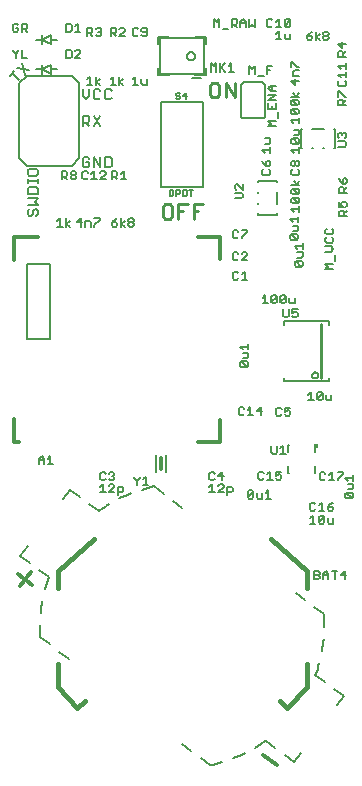
<source format=gbr>
G75*
%MOIN*%
%OFA0B0*%
%FSLAX25Y25*%
%IPPOS*%
%LPD*%
%AMOC8*
5,1,8,0,0,1.08239X$1,22.5*
%
%ADD10C,0.00600*%
%ADD11C,0.00900*%
%ADD12C,0.00500*%
%ADD13C,0.00800*%
%ADD14C,0.01600*%
%ADD15C,0.01200*%
%ADD16C,0.01181*%
%ADD17C,0.01000*%
%ADD18R,0.01378X0.01378*%
D10*
X0025891Y0227128D02*
X0025891Y0224859D01*
X0027025Y0223725D01*
X0028159Y0224859D01*
X0028159Y0227128D01*
X0031842Y0226561D02*
X0031275Y0227128D01*
X0030141Y0227128D01*
X0029574Y0226561D01*
X0029574Y0224292D01*
X0030141Y0223725D01*
X0031275Y0223725D01*
X0031842Y0224292D01*
X0035525Y0226561D02*
X0034958Y0227128D01*
X0033824Y0227128D01*
X0033257Y0226561D01*
X0033257Y0224292D01*
X0033824Y0223725D01*
X0034958Y0223725D01*
X0035525Y0224292D01*
X0028159Y0203923D02*
X0027592Y0204490D01*
X0026458Y0204490D01*
X0025891Y0203923D01*
X0025891Y0201655D01*
X0026458Y0201087D01*
X0027592Y0201087D01*
X0028159Y0201655D01*
X0028159Y0202789D01*
X0027025Y0202789D01*
X0029574Y0201087D02*
X0029574Y0204490D01*
X0031842Y0201087D01*
X0031842Y0204490D01*
X0033257Y0204490D02*
X0033257Y0201087D01*
X0034958Y0201087D01*
X0035525Y0201655D01*
X0035525Y0203923D01*
X0034958Y0204490D01*
X0033257Y0204490D01*
X0004739Y0230065D02*
X0002333Y0232471D01*
X0001531Y0231669D02*
X0003135Y0233273D01*
X0004135Y0234273D02*
X0008145Y0233471D01*
X0006541Y0231867D02*
X0005739Y0235878D01*
X0025891Y0214867D02*
X0025891Y0218270D01*
X0027592Y0218270D01*
X0028159Y0217703D01*
X0028159Y0216568D01*
X0027592Y0216001D01*
X0025891Y0216001D01*
X0027025Y0216001D02*
X0028159Y0214867D01*
X0031842Y0214867D02*
X0029574Y0218270D01*
X0031842Y0218270D02*
X0029574Y0214867D01*
X0008183Y0187116D02*
X0007616Y0186549D01*
X0007616Y0185414D01*
X0008183Y0184847D01*
X0008750Y0184847D01*
X0009317Y0185414D01*
X0009317Y0186549D01*
X0009885Y0187116D01*
X0010452Y0187116D01*
X0011019Y0186549D01*
X0011019Y0185414D01*
X0010452Y0184847D01*
X0007616Y0188530D02*
X0011019Y0188530D01*
X0009885Y0189665D01*
X0011019Y0190799D01*
X0007616Y0190799D01*
X0007616Y0192214D02*
X0011019Y0192214D01*
X0011019Y0193915D01*
X0010452Y0194482D01*
X0008183Y0194482D01*
X0007616Y0193915D01*
X0007616Y0192214D01*
X0011019Y0195897D02*
X0011019Y0197031D01*
X0011019Y0196464D02*
X0007616Y0196464D01*
X0007616Y0195897D02*
X0007616Y0197031D01*
X0007616Y0200054D02*
X0007616Y0198919D01*
X0008183Y0198352D01*
X0010452Y0198352D01*
X0011019Y0198919D01*
X0011019Y0200054D01*
X0010452Y0200621D01*
X0008183Y0200621D01*
X0007616Y0200054D01*
X0084409Y0185346D02*
X0090787Y0185346D01*
X0090787Y0196543D02*
X0084409Y0196543D01*
X0090787Y0193000D02*
X0090787Y0188890D01*
X0084409Y0192630D02*
X0084409Y0193000D01*
X0084409Y0189260D02*
X0084409Y0188890D01*
X0084409Y0196173D02*
X0084409Y0196543D01*
X0084409Y0185717D02*
X0084409Y0185346D01*
X0090787Y0185346D02*
X0090787Y0185717D01*
X0090787Y0196173D02*
X0090787Y0196543D01*
X0078677Y0218425D02*
X0078677Y0228425D01*
X0086677Y0218425D02*
X0086675Y0218365D01*
X0086670Y0218304D01*
X0086661Y0218245D01*
X0086648Y0218186D01*
X0086632Y0218127D01*
X0086612Y0218070D01*
X0086589Y0218015D01*
X0086562Y0217960D01*
X0086533Y0217908D01*
X0086500Y0217857D01*
X0086464Y0217808D01*
X0086426Y0217762D01*
X0086384Y0217718D01*
X0086340Y0217676D01*
X0086294Y0217638D01*
X0086245Y0217602D01*
X0086194Y0217569D01*
X0086142Y0217540D01*
X0086087Y0217513D01*
X0086032Y0217490D01*
X0085975Y0217470D01*
X0085916Y0217454D01*
X0085857Y0217441D01*
X0085798Y0217432D01*
X0085737Y0217427D01*
X0085677Y0217425D01*
X0086677Y0228425D02*
X0086675Y0228485D01*
X0086670Y0228546D01*
X0086661Y0228605D01*
X0086648Y0228664D01*
X0086632Y0228723D01*
X0086612Y0228780D01*
X0086589Y0228835D01*
X0086562Y0228890D01*
X0086533Y0228942D01*
X0086500Y0228993D01*
X0086464Y0229042D01*
X0086426Y0229088D01*
X0086384Y0229132D01*
X0086340Y0229174D01*
X0086294Y0229212D01*
X0086245Y0229248D01*
X0086194Y0229281D01*
X0086142Y0229310D01*
X0086087Y0229337D01*
X0086032Y0229360D01*
X0085975Y0229380D01*
X0085916Y0229396D01*
X0085857Y0229409D01*
X0085798Y0229418D01*
X0085737Y0229423D01*
X0085677Y0229425D01*
X0079677Y0229425D02*
X0079617Y0229423D01*
X0079556Y0229418D01*
X0079497Y0229409D01*
X0079438Y0229396D01*
X0079379Y0229380D01*
X0079322Y0229360D01*
X0079267Y0229337D01*
X0079212Y0229310D01*
X0079160Y0229281D01*
X0079109Y0229248D01*
X0079060Y0229212D01*
X0079014Y0229174D01*
X0078970Y0229132D01*
X0078928Y0229088D01*
X0078890Y0229042D01*
X0078854Y0228993D01*
X0078821Y0228942D01*
X0078792Y0228890D01*
X0078765Y0228835D01*
X0078742Y0228780D01*
X0078722Y0228723D01*
X0078706Y0228664D01*
X0078693Y0228605D01*
X0078684Y0228546D01*
X0078679Y0228485D01*
X0078677Y0228425D01*
X0078677Y0218425D02*
X0078679Y0218365D01*
X0078684Y0218304D01*
X0078693Y0218245D01*
X0078706Y0218186D01*
X0078722Y0218127D01*
X0078742Y0218070D01*
X0078765Y0218015D01*
X0078792Y0217960D01*
X0078821Y0217908D01*
X0078854Y0217857D01*
X0078890Y0217808D01*
X0078928Y0217762D01*
X0078970Y0217718D01*
X0079014Y0217676D01*
X0079060Y0217638D01*
X0079109Y0217602D01*
X0079160Y0217569D01*
X0079212Y0217540D01*
X0079267Y0217513D01*
X0079322Y0217490D01*
X0079379Y0217470D01*
X0079438Y0217454D01*
X0079497Y0217441D01*
X0079556Y0217432D01*
X0079617Y0217427D01*
X0079677Y0217425D01*
X0085677Y0217425D01*
X0085677Y0229425D02*
X0079677Y0229425D01*
X0086677Y0228425D02*
X0086677Y0218425D01*
X0109929Y0213819D02*
X0109929Y0207441D01*
X0098732Y0207441D02*
X0098732Y0213819D01*
X0102276Y0213819D02*
X0106386Y0213819D01*
X0102646Y0207441D02*
X0102276Y0207441D01*
X0106016Y0207441D02*
X0106386Y0207441D01*
X0099102Y0207441D02*
X0098732Y0207441D01*
X0109559Y0207441D02*
X0109929Y0207441D01*
X0109929Y0213819D02*
X0109559Y0213819D01*
X0099102Y0213819D02*
X0098732Y0213819D01*
D11*
X0054967Y0188717D02*
X0053399Y0188717D01*
X0052615Y0187933D01*
X0052615Y0184797D01*
X0053399Y0184013D01*
X0054967Y0184013D01*
X0055751Y0184797D01*
X0055751Y0187933D01*
X0054967Y0188717D01*
X0057772Y0184013D02*
X0057772Y0188717D01*
X0060908Y0188717D01*
X0059340Y0186365D02*
X0057772Y0186365D01*
X0062928Y0184013D02*
X0062928Y0188717D01*
X0066064Y0188717D01*
X0064496Y0186365D02*
X0062928Y0186365D01*
X0070715Y0229071D02*
X0069147Y0229071D01*
X0068363Y0228287D01*
X0068363Y0225151D01*
X0069147Y0224367D01*
X0070715Y0224367D01*
X0071499Y0225151D01*
X0071499Y0228287D01*
X0070715Y0229071D01*
X0073520Y0224367D02*
X0073520Y0229071D01*
X0076656Y0224367D01*
X0076656Y0229071D01*
D12*
X0109494Y0167081D02*
X0106792Y0167081D01*
X0107693Y0167981D01*
X0106792Y0168882D01*
X0109494Y0168882D01*
X0109944Y0170027D02*
X0109944Y0171829D01*
X0106792Y0172974D02*
X0108593Y0172974D01*
X0109494Y0173875D01*
X0108593Y0174775D01*
X0106792Y0174775D01*
X0107242Y0177722D02*
X0106792Y0177271D01*
X0106792Y0176371D01*
X0107242Y0175920D01*
X0109044Y0175920D01*
X0109494Y0176371D01*
X0109494Y0177271D01*
X0109044Y0177722D01*
X0107242Y0180668D02*
X0106792Y0180218D01*
X0106792Y0179317D01*
X0107242Y0178867D01*
X0109044Y0178867D01*
X0109494Y0179317D01*
X0109494Y0180218D01*
X0109044Y0180668D01*
X0081451Y0232041D02*
X0081451Y0234744D01*
X0082352Y0233843D01*
X0083252Y0234744D01*
X0083252Y0232041D01*
X0084397Y0231591D02*
X0086199Y0231591D01*
X0087344Y0232041D02*
X0087344Y0234744D01*
X0089145Y0234744D01*
X0088245Y0233392D02*
X0087344Y0233392D01*
X0069640Y0247789D02*
X0069640Y0250492D01*
X0070541Y0249591D01*
X0071441Y0250492D01*
X0071441Y0247789D01*
X0072586Y0247339D02*
X0074388Y0247339D01*
X0075533Y0247789D02*
X0075533Y0250492D01*
X0076884Y0250492D01*
X0077334Y0250041D01*
X0077334Y0249141D01*
X0076884Y0248690D01*
X0075533Y0248690D01*
X0076434Y0248690D02*
X0077334Y0247789D01*
X0078479Y0247789D02*
X0078479Y0249591D01*
X0079380Y0250492D01*
X0080281Y0249591D01*
X0080281Y0247789D01*
X0080281Y0249141D02*
X0078479Y0249141D01*
X0081426Y0250492D02*
X0081426Y0247789D01*
X0082327Y0248690D01*
X0083227Y0247789D01*
X0083227Y0250492D01*
X0103104Y0063734D02*
X0103104Y0066437D01*
X0104455Y0066437D01*
X0104906Y0065986D01*
X0104906Y0065536D01*
X0104455Y0065085D01*
X0104906Y0064635D01*
X0104906Y0064185D01*
X0104455Y0063734D01*
X0103104Y0063734D01*
X0103104Y0065085D02*
X0104455Y0065085D01*
X0106051Y0063734D02*
X0106051Y0065536D01*
X0106952Y0066437D01*
X0107852Y0065536D01*
X0107852Y0063734D01*
X0107852Y0065085D02*
X0106051Y0065085D01*
X0109898Y0063734D02*
X0109898Y0066437D01*
X0108997Y0066437D02*
X0110799Y0066437D01*
X0113295Y0063734D02*
X0113295Y0066437D01*
X0111944Y0065085D01*
X0113745Y0065085D01*
X0020427Y0240157D02*
X0020427Y0237455D01*
X0021778Y0237455D01*
X0022229Y0237905D01*
X0022229Y0239707D01*
X0021778Y0240157D01*
X0020427Y0240157D01*
X0025175Y0237455D02*
X0023374Y0237455D01*
X0025175Y0239256D01*
X0025175Y0239707D01*
X0024725Y0240157D01*
X0023824Y0240157D01*
X0023374Y0239707D01*
X0002711Y0240157D02*
X0002711Y0239707D01*
X0003611Y0238806D01*
X0004512Y0239707D01*
X0004512Y0240157D01*
X0003611Y0238806D02*
X0003611Y0237455D01*
X0005657Y0240157D02*
X0005657Y0237455D01*
X0007459Y0237455D01*
X0020427Y0249015D02*
X0020427Y0246313D01*
X0021778Y0246313D01*
X0022229Y0246763D01*
X0022229Y0248565D01*
X0021778Y0249015D01*
X0020427Y0249015D01*
X0023374Y0248115D02*
X0024274Y0249015D01*
X0024274Y0246313D01*
X0023374Y0246313D02*
X0025175Y0246313D01*
X0004512Y0248565D02*
X0004062Y0249015D01*
X0003161Y0249015D01*
X0002711Y0248565D01*
X0002711Y0246763D01*
X0003161Y0246313D01*
X0004062Y0246313D01*
X0004512Y0246763D01*
X0004512Y0247664D01*
X0003611Y0247664D01*
X0005657Y0246313D02*
X0005657Y0249015D01*
X0007008Y0249015D01*
X0007459Y0248565D01*
X0007459Y0247664D01*
X0007008Y0247214D01*
X0005657Y0247214D01*
X0006558Y0247214D02*
X0007459Y0246313D01*
X0027317Y0244837D02*
X0027317Y0247539D01*
X0028668Y0247539D01*
X0029118Y0247089D01*
X0029118Y0246188D01*
X0028668Y0245737D01*
X0027317Y0245737D01*
X0028218Y0245737D02*
X0029118Y0244837D01*
X0030263Y0247089D02*
X0030714Y0247539D01*
X0031615Y0247539D01*
X0032065Y0247089D01*
X0032065Y0246638D01*
X0031615Y0246188D01*
X0031164Y0246188D01*
X0031615Y0246188D02*
X0032065Y0245737D01*
X0032065Y0245287D01*
X0031615Y0244837D01*
X0030714Y0244837D01*
X0030263Y0245287D01*
X0027317Y0230398D02*
X0028218Y0231299D01*
X0028218Y0228596D01*
X0029118Y0228596D02*
X0027317Y0228596D01*
X0030263Y0228596D02*
X0030263Y0231299D01*
X0031615Y0228596D02*
X0030263Y0229497D01*
X0031615Y0230398D01*
X0035191Y0244837D02*
X0035191Y0247539D01*
X0036542Y0247539D01*
X0036992Y0247089D01*
X0036992Y0246188D01*
X0036542Y0245737D01*
X0035191Y0245737D01*
X0036092Y0245737D02*
X0036992Y0244837D01*
X0039939Y0244837D02*
X0038137Y0244837D01*
X0039939Y0246638D01*
X0039939Y0247089D01*
X0039489Y0247539D01*
X0038588Y0247539D01*
X0038137Y0247089D01*
X0035191Y0230398D02*
X0036092Y0231299D01*
X0036092Y0228596D01*
X0036992Y0228596D02*
X0035191Y0228596D01*
X0038137Y0228596D02*
X0038137Y0231299D01*
X0039489Y0228596D02*
X0038137Y0229497D01*
X0039489Y0230398D01*
X0077839Y0165888D02*
X0077389Y0166338D01*
X0076488Y0166338D01*
X0076037Y0165888D01*
X0076037Y0164086D01*
X0076488Y0163636D01*
X0077389Y0163636D01*
X0077839Y0164086D01*
X0078984Y0165437D02*
X0079885Y0166338D01*
X0079885Y0163636D01*
X0080785Y0163636D02*
X0078984Y0163636D01*
X0085880Y0157563D02*
X0086781Y0158464D01*
X0086781Y0155762D01*
X0087681Y0155762D02*
X0085880Y0155762D01*
X0088826Y0156212D02*
X0088826Y0158014D01*
X0089277Y0158464D01*
X0090178Y0158464D01*
X0090628Y0158014D01*
X0090628Y0156212D01*
X0090178Y0155762D01*
X0089277Y0155762D01*
X0088826Y0156212D01*
X0090628Y0158014D01*
X0091773Y0156212D02*
X0091773Y0158014D01*
X0092223Y0158464D01*
X0093124Y0158464D01*
X0093574Y0158014D01*
X0093574Y0156212D01*
X0093124Y0155762D01*
X0092223Y0155762D01*
X0091773Y0156212D01*
X0093574Y0158014D01*
X0094719Y0157563D02*
X0094719Y0156212D01*
X0095170Y0155762D01*
X0096521Y0155762D01*
X0096521Y0157563D01*
X0086081Y0200378D02*
X0085630Y0199928D01*
X0085630Y0199027D01*
X0086081Y0198577D01*
X0087882Y0198577D01*
X0088333Y0199027D01*
X0088333Y0199928D01*
X0087882Y0200378D01*
X0085630Y0203325D02*
X0086081Y0202424D01*
X0086982Y0201523D01*
X0087882Y0201523D01*
X0088333Y0201974D01*
X0088333Y0202874D01*
X0087882Y0203325D01*
X0087432Y0203325D01*
X0086982Y0202874D01*
X0086982Y0201523D01*
X0086531Y0205959D02*
X0085630Y0206859D01*
X0088333Y0206859D01*
X0088333Y0205959D02*
X0088333Y0207760D01*
X0086531Y0208905D02*
X0087882Y0208905D01*
X0088333Y0209356D01*
X0088333Y0210707D01*
X0086531Y0210707D01*
X0095923Y0200378D02*
X0095473Y0199928D01*
X0095473Y0199027D01*
X0095923Y0198577D01*
X0097725Y0198577D01*
X0098175Y0199027D01*
X0098175Y0199928D01*
X0097725Y0200378D01*
X0095923Y0201523D02*
X0095473Y0201974D01*
X0095473Y0202874D01*
X0095923Y0203325D01*
X0096374Y0203325D01*
X0096824Y0202874D01*
X0097274Y0203325D01*
X0097725Y0203325D01*
X0098175Y0202874D01*
X0098175Y0201974D01*
X0097725Y0201523D01*
X0097274Y0201523D01*
X0096824Y0201974D01*
X0096374Y0201523D01*
X0095923Y0201523D01*
X0096824Y0201974D02*
X0096824Y0202874D01*
X0096374Y0205959D02*
X0095473Y0206859D01*
X0098175Y0206859D01*
X0098175Y0205959D02*
X0098175Y0207760D01*
X0097725Y0208905D02*
X0095923Y0208905D01*
X0095473Y0209356D01*
X0095473Y0210256D01*
X0095923Y0210707D01*
X0097725Y0210707D01*
X0098175Y0210256D01*
X0098175Y0209356D01*
X0097725Y0208905D01*
X0095923Y0210707D01*
X0096374Y0211852D02*
X0097725Y0211852D01*
X0098175Y0212302D01*
X0098175Y0213653D01*
X0096374Y0213653D01*
X0113923Y0184797D02*
X0111221Y0184797D01*
X0111221Y0186148D01*
X0111671Y0186599D01*
X0112572Y0186599D01*
X0113022Y0186148D01*
X0113022Y0184797D01*
X0113022Y0185698D02*
X0113923Y0186599D01*
X0111221Y0189545D02*
X0111221Y0187744D01*
X0112572Y0187744D01*
X0112122Y0188645D01*
X0112122Y0189095D01*
X0112572Y0189545D01*
X0113473Y0189545D01*
X0113923Y0189095D01*
X0113923Y0188194D01*
X0113473Y0187744D01*
X0111426Y0229925D02*
X0110976Y0229474D01*
X0110976Y0228573D01*
X0111426Y0228123D01*
X0113228Y0228123D01*
X0113678Y0228573D01*
X0113678Y0229474D01*
X0113228Y0229925D01*
X0111877Y0231070D02*
X0110976Y0231970D01*
X0113678Y0231970D01*
X0113678Y0231070D02*
X0113678Y0232871D01*
X0111877Y0234016D02*
X0110976Y0234917D01*
X0113678Y0234917D01*
X0113678Y0234016D02*
X0113678Y0235818D01*
X0097930Y0229966D02*
X0095228Y0229966D01*
X0096579Y0228615D01*
X0096579Y0230417D01*
X0097930Y0231562D02*
X0096129Y0231562D01*
X0096129Y0232913D01*
X0096579Y0233363D01*
X0097930Y0233363D01*
X0095228Y0234508D02*
X0095228Y0236310D01*
X0095678Y0236310D01*
X0097480Y0234508D01*
X0097930Y0234508D01*
X0076527Y0190715D02*
X0078779Y0190715D01*
X0079230Y0191166D01*
X0079230Y0192066D01*
X0078779Y0192517D01*
X0076527Y0192517D01*
X0079230Y0195463D02*
X0079230Y0193662D01*
X0077428Y0195463D01*
X0076978Y0195463D01*
X0076527Y0195013D01*
X0076527Y0194112D01*
X0076978Y0193662D01*
X0092195Y0120528D02*
X0091745Y0120978D01*
X0090844Y0120978D01*
X0090393Y0120528D01*
X0090393Y0118726D01*
X0090844Y0118276D01*
X0091745Y0118276D01*
X0092195Y0118726D01*
X0095142Y0120978D02*
X0093340Y0120978D01*
X0093340Y0119627D01*
X0094241Y0120077D01*
X0094691Y0120077D01*
X0095142Y0119627D01*
X0095142Y0118726D01*
X0094691Y0118276D01*
X0093790Y0118276D01*
X0093340Y0118726D01*
X0101155Y0125328D02*
X0102055Y0126229D01*
X0102055Y0123526D01*
X0101155Y0123526D02*
X0102956Y0123526D01*
X0104101Y0123977D02*
X0104101Y0125778D01*
X0104551Y0126229D01*
X0105452Y0126229D01*
X0105903Y0125778D01*
X0105903Y0123977D01*
X0105452Y0123526D01*
X0104551Y0123526D01*
X0104101Y0123977D01*
X0105903Y0125778D01*
X0107048Y0125328D02*
X0107048Y0123977D01*
X0107498Y0123526D01*
X0108849Y0123526D01*
X0108849Y0125328D01*
X0043065Y0097933D02*
X0043065Y0097482D01*
X0043966Y0096581D01*
X0044866Y0097482D01*
X0044866Y0097933D01*
X0043966Y0096581D02*
X0043966Y0095230D01*
X0046011Y0097032D02*
X0046912Y0097933D01*
X0046912Y0095230D01*
X0046011Y0095230D02*
X0047813Y0095230D01*
X0033548Y0098959D02*
X0033097Y0099409D01*
X0032196Y0099409D01*
X0031746Y0098959D01*
X0031746Y0097157D01*
X0032196Y0096707D01*
X0033097Y0096707D01*
X0033548Y0097157D01*
X0034693Y0098959D02*
X0035143Y0099409D01*
X0036044Y0099409D01*
X0036494Y0098959D01*
X0036494Y0098508D01*
X0036044Y0098058D01*
X0035593Y0098058D01*
X0036044Y0098058D02*
X0036494Y0097607D01*
X0036494Y0097157D01*
X0036044Y0096707D01*
X0035143Y0096707D01*
X0034693Y0097157D01*
X0031746Y0094571D02*
X0032647Y0095472D01*
X0032647Y0092770D01*
X0031746Y0092770D02*
X0033548Y0092770D01*
X0036494Y0092770D02*
X0034693Y0092770D01*
X0036494Y0094571D01*
X0036494Y0095022D01*
X0036044Y0095472D01*
X0035143Y0095472D01*
X0034693Y0095022D01*
X0037639Y0091869D02*
X0037639Y0094571D01*
X0038990Y0094571D01*
X0039441Y0094121D01*
X0039441Y0093220D01*
X0038990Y0092770D01*
X0037639Y0092770D01*
X0069965Y0098959D02*
X0069515Y0099409D01*
X0068614Y0099409D01*
X0068163Y0098959D01*
X0068163Y0097157D01*
X0068614Y0096707D01*
X0069515Y0096707D01*
X0069965Y0097157D01*
X0072461Y0096707D02*
X0072461Y0099409D01*
X0071110Y0098058D01*
X0072911Y0098058D01*
X0068163Y0094571D02*
X0069064Y0095472D01*
X0069064Y0092770D01*
X0068163Y0092770D02*
X0069965Y0092770D01*
X0072911Y0092770D02*
X0071110Y0092770D01*
X0072911Y0094571D01*
X0072911Y0095022D01*
X0072461Y0095472D01*
X0071560Y0095472D01*
X0071110Y0095022D01*
X0074056Y0091869D02*
X0074056Y0094571D01*
X0075408Y0094571D01*
X0075858Y0094121D01*
X0075858Y0093220D01*
X0075408Y0092770D01*
X0074056Y0092770D01*
X0090423Y0214704D02*
X0087721Y0214704D01*
X0088622Y0215604D01*
X0087721Y0216505D01*
X0090423Y0216505D01*
X0090873Y0217650D02*
X0090873Y0219452D01*
X0087721Y0222398D02*
X0087721Y0220597D01*
X0090423Y0220597D01*
X0090423Y0222398D01*
X0089072Y0221497D02*
X0089072Y0220597D01*
X0090423Y0223543D02*
X0087721Y0223543D01*
X0090423Y0225345D01*
X0087721Y0225345D01*
X0090423Y0226490D02*
X0088622Y0226490D01*
X0087721Y0227390D01*
X0088622Y0228291D01*
X0090423Y0228291D01*
X0089072Y0228291D02*
X0089072Y0226490D01*
X0007402Y0168701D02*
X0014902Y0168701D01*
X0014902Y0143701D01*
X0007402Y0143701D01*
X0007402Y0168701D01*
X0011325Y0102089D02*
X0011325Y0103891D01*
X0012226Y0104792D01*
X0013127Y0103891D01*
X0013127Y0102089D01*
X0013127Y0103441D02*
X0011325Y0103441D01*
X0014272Y0103891D02*
X0015173Y0104792D01*
X0015173Y0102089D01*
X0014272Y0102089D02*
X0016074Y0102089D01*
X0077839Y0179667D02*
X0077389Y0180118D01*
X0076488Y0180118D01*
X0076037Y0179667D01*
X0076037Y0177866D01*
X0076488Y0177415D01*
X0077389Y0177415D01*
X0077839Y0177866D01*
X0078984Y0180118D02*
X0080785Y0180118D01*
X0080785Y0179667D01*
X0078984Y0177866D01*
X0078984Y0177415D01*
X0097233Y0176923D02*
X0095431Y0176923D01*
X0094981Y0177374D01*
X0094981Y0178274D01*
X0095431Y0178725D01*
X0097233Y0178725D01*
X0097683Y0178274D01*
X0097683Y0177374D01*
X0097233Y0176923D01*
X0095431Y0178725D01*
X0095882Y0179870D02*
X0097233Y0179870D01*
X0097683Y0180320D01*
X0097683Y0181671D01*
X0095882Y0181671D01*
X0095882Y0182816D02*
X0094981Y0183717D01*
X0097683Y0183717D01*
X0097683Y0182816D02*
X0097683Y0184618D01*
X0110976Y0207940D02*
X0113228Y0207940D01*
X0113678Y0208390D01*
X0113678Y0209291D01*
X0113228Y0209741D01*
X0110976Y0209741D01*
X0111426Y0210886D02*
X0110976Y0211337D01*
X0110976Y0212237D01*
X0111426Y0212688D01*
X0111877Y0212688D01*
X0112327Y0212237D01*
X0112327Y0211787D01*
X0112327Y0212237D02*
X0112778Y0212688D01*
X0113228Y0212688D01*
X0113678Y0212237D01*
X0113678Y0211337D01*
X0113228Y0210886D01*
X0066457Y0244094D02*
X0066457Y0232283D01*
X0051654Y0232283D01*
X0051654Y0244094D01*
X0066457Y0244094D01*
X0060616Y0238189D02*
X0060618Y0238263D01*
X0060624Y0238337D01*
X0060634Y0238410D01*
X0060647Y0238483D01*
X0060665Y0238555D01*
X0060686Y0238626D01*
X0060712Y0238696D01*
X0060740Y0238764D01*
X0060773Y0238831D01*
X0060809Y0238896D01*
X0060848Y0238958D01*
X0060891Y0239019D01*
X0060936Y0239077D01*
X0060985Y0239133D01*
X0061037Y0239186D01*
X0061091Y0239237D01*
X0061148Y0239284D01*
X0061208Y0239328D01*
X0061270Y0239369D01*
X0061334Y0239407D01*
X0061399Y0239441D01*
X0061467Y0239471D01*
X0061536Y0239498D01*
X0061606Y0239522D01*
X0061678Y0239541D01*
X0061750Y0239557D01*
X0061823Y0239569D01*
X0061897Y0239577D01*
X0061971Y0239581D01*
X0062045Y0239581D01*
X0062119Y0239577D01*
X0062193Y0239569D01*
X0062266Y0239557D01*
X0062338Y0239541D01*
X0062410Y0239522D01*
X0062480Y0239498D01*
X0062549Y0239471D01*
X0062617Y0239441D01*
X0062682Y0239407D01*
X0062746Y0239369D01*
X0062808Y0239328D01*
X0062868Y0239284D01*
X0062925Y0239237D01*
X0062979Y0239186D01*
X0063031Y0239133D01*
X0063080Y0239077D01*
X0063125Y0239019D01*
X0063168Y0238958D01*
X0063207Y0238896D01*
X0063243Y0238831D01*
X0063276Y0238764D01*
X0063304Y0238696D01*
X0063330Y0238626D01*
X0063351Y0238555D01*
X0063369Y0238483D01*
X0063382Y0238410D01*
X0063392Y0238337D01*
X0063398Y0238263D01*
X0063400Y0238189D01*
X0063398Y0238115D01*
X0063392Y0238041D01*
X0063382Y0237968D01*
X0063369Y0237895D01*
X0063351Y0237823D01*
X0063330Y0237752D01*
X0063304Y0237682D01*
X0063276Y0237614D01*
X0063243Y0237547D01*
X0063207Y0237482D01*
X0063168Y0237420D01*
X0063125Y0237359D01*
X0063080Y0237301D01*
X0063031Y0237245D01*
X0062979Y0237192D01*
X0062925Y0237141D01*
X0062868Y0237094D01*
X0062808Y0237050D01*
X0062746Y0237009D01*
X0062682Y0236971D01*
X0062617Y0236937D01*
X0062549Y0236907D01*
X0062480Y0236880D01*
X0062410Y0236856D01*
X0062338Y0236837D01*
X0062266Y0236821D01*
X0062193Y0236809D01*
X0062119Y0236801D01*
X0062045Y0236797D01*
X0061971Y0236797D01*
X0061897Y0236801D01*
X0061823Y0236809D01*
X0061750Y0236821D01*
X0061678Y0236837D01*
X0061606Y0236856D01*
X0061536Y0236880D01*
X0061467Y0236907D01*
X0061399Y0236937D01*
X0061334Y0236971D01*
X0061270Y0237009D01*
X0061208Y0237050D01*
X0061148Y0237094D01*
X0061091Y0237141D01*
X0061037Y0237192D01*
X0060985Y0237245D01*
X0060936Y0237301D01*
X0060891Y0237359D01*
X0060848Y0237420D01*
X0060809Y0237482D01*
X0060773Y0237547D01*
X0060740Y0237614D01*
X0060712Y0237682D01*
X0060686Y0237752D01*
X0060665Y0237823D01*
X0060647Y0237895D01*
X0060634Y0237968D01*
X0060624Y0238041D01*
X0060618Y0238115D01*
X0060616Y0238189D01*
X0062402Y0230906D02*
X0065354Y0230906D01*
X0066929Y0242126D02*
X0066929Y0244488D01*
X0063386Y0244488D01*
X0066929Y0234252D02*
X0066929Y0231890D01*
X0063386Y0231890D01*
X0054724Y0231890D02*
X0051181Y0231890D01*
X0051181Y0234252D01*
X0054724Y0244488D02*
X0051181Y0244488D01*
X0051181Y0242126D01*
X0068656Y0233026D02*
X0068656Y0235728D01*
X0069556Y0234827D01*
X0070457Y0235728D01*
X0070457Y0233026D01*
X0071602Y0233026D02*
X0071602Y0235728D01*
X0071602Y0233926D02*
X0073404Y0235728D01*
X0072052Y0234377D02*
X0073404Y0233026D01*
X0074549Y0234827D02*
X0075449Y0235728D01*
X0075449Y0233026D01*
X0074549Y0233026D02*
X0076350Y0233026D01*
X0044374Y0247089D02*
X0043924Y0247539D01*
X0043023Y0247539D01*
X0042573Y0247089D01*
X0042573Y0245287D01*
X0043023Y0244837D01*
X0043924Y0244837D01*
X0044374Y0245287D01*
X0045519Y0245287D02*
X0045970Y0244837D01*
X0046870Y0244837D01*
X0047321Y0245287D01*
X0047321Y0247089D01*
X0046870Y0247539D01*
X0045970Y0247539D01*
X0045519Y0247089D01*
X0045519Y0246638D01*
X0045970Y0246188D01*
X0047321Y0246188D01*
X0042573Y0230398D02*
X0043474Y0231299D01*
X0043474Y0228596D01*
X0044374Y0228596D02*
X0042573Y0228596D01*
X0045519Y0230398D02*
X0045519Y0229047D01*
X0045970Y0228596D01*
X0047321Y0228596D01*
X0047321Y0230398D01*
X0113923Y0192671D02*
X0111221Y0192671D01*
X0111221Y0194022D01*
X0111671Y0194473D01*
X0112572Y0194473D01*
X0113022Y0194022D01*
X0113022Y0192671D01*
X0113022Y0193572D02*
X0113923Y0194473D01*
X0111221Y0197419D02*
X0111671Y0196519D01*
X0112572Y0195618D01*
X0113473Y0195618D01*
X0113923Y0196068D01*
X0113923Y0196969D01*
X0113473Y0197419D01*
X0113022Y0197419D01*
X0112572Y0196969D01*
X0112572Y0195618D01*
X0096374Y0186274D02*
X0095473Y0187174D01*
X0098175Y0187174D01*
X0098175Y0186274D02*
X0098175Y0188075D01*
X0097725Y0189220D02*
X0095923Y0189220D01*
X0095473Y0189671D01*
X0095473Y0190571D01*
X0095923Y0191022D01*
X0097725Y0191022D01*
X0098175Y0190571D01*
X0098175Y0189671D01*
X0097725Y0189220D01*
X0095923Y0191022D01*
X0097725Y0192167D02*
X0095923Y0192167D01*
X0095473Y0192617D01*
X0095473Y0193518D01*
X0095923Y0193968D01*
X0097725Y0193968D01*
X0098175Y0193518D01*
X0098175Y0192617D01*
X0097725Y0192167D01*
X0095923Y0193968D01*
X0095473Y0195113D02*
X0098175Y0195113D01*
X0098175Y0196464D02*
X0097274Y0195113D01*
X0096374Y0196464D01*
X0113678Y0237959D02*
X0110976Y0237959D01*
X0110976Y0239310D01*
X0111426Y0239761D01*
X0112327Y0239761D01*
X0112778Y0239310D01*
X0112778Y0237959D01*
X0112778Y0238860D02*
X0113678Y0239761D01*
X0113678Y0242257D02*
X0110976Y0242257D01*
X0112327Y0240906D01*
X0112327Y0242707D01*
X0102463Y0246307D02*
X0101562Y0245857D01*
X0100661Y0244956D01*
X0100661Y0244055D01*
X0101112Y0243605D01*
X0102013Y0243605D01*
X0102463Y0244055D01*
X0102463Y0244506D01*
X0102013Y0244956D01*
X0100661Y0244956D01*
X0103608Y0243605D02*
X0103608Y0246307D01*
X0104959Y0243605D02*
X0103608Y0244506D01*
X0104959Y0245407D01*
X0106063Y0245857D02*
X0106514Y0246307D01*
X0107414Y0246307D01*
X0107865Y0245857D01*
X0107865Y0245407D01*
X0107414Y0244956D01*
X0107865Y0244506D01*
X0107865Y0244055D01*
X0107414Y0243605D01*
X0106514Y0243605D01*
X0106063Y0244055D01*
X0106063Y0244506D01*
X0106514Y0244956D01*
X0106063Y0245407D01*
X0106063Y0245857D01*
X0106514Y0244956D02*
X0107414Y0244956D01*
X0113678Y0221719D02*
X0110976Y0221719D01*
X0110976Y0223070D01*
X0111426Y0223521D01*
X0112327Y0223521D01*
X0112778Y0223070D01*
X0112778Y0221719D01*
X0112778Y0222620D02*
X0113678Y0223521D01*
X0110976Y0224666D02*
X0110976Y0226467D01*
X0111426Y0226467D01*
X0113228Y0224666D01*
X0113678Y0224666D01*
X0096129Y0215825D02*
X0095228Y0216726D01*
X0097930Y0216726D01*
X0097930Y0215825D02*
X0097930Y0217627D01*
X0097480Y0218772D02*
X0095678Y0218772D01*
X0095228Y0219222D01*
X0095228Y0220123D01*
X0095678Y0220573D01*
X0097480Y0220573D01*
X0097930Y0220123D01*
X0097930Y0219222D01*
X0097480Y0218772D01*
X0095678Y0220573D01*
X0097480Y0221718D02*
X0095678Y0221718D01*
X0095228Y0222169D01*
X0095228Y0223069D01*
X0095678Y0223520D01*
X0097480Y0223520D01*
X0097930Y0223069D01*
X0097930Y0222169D01*
X0097480Y0221718D01*
X0095678Y0223520D01*
X0095228Y0224665D02*
X0097930Y0224665D01*
X0097930Y0226016D02*
X0097030Y0224665D01*
X0096129Y0226016D01*
X0089158Y0250041D02*
X0088707Y0250492D01*
X0087807Y0250492D01*
X0087356Y0250041D01*
X0087356Y0248240D01*
X0087807Y0247789D01*
X0088707Y0247789D01*
X0089158Y0248240D01*
X0090303Y0249591D02*
X0091204Y0250492D01*
X0091204Y0247789D01*
X0092104Y0247789D02*
X0090303Y0247789D01*
X0093249Y0248240D02*
X0093249Y0250041D01*
X0093700Y0250492D01*
X0094600Y0250492D01*
X0095051Y0250041D01*
X0095051Y0248240D01*
X0094600Y0247789D01*
X0093700Y0247789D01*
X0093249Y0248240D01*
X0095051Y0250041D01*
X0090309Y0245654D02*
X0091210Y0246555D01*
X0091210Y0243852D01*
X0090309Y0243852D02*
X0092111Y0243852D01*
X0093256Y0245654D02*
X0093256Y0244303D01*
X0093706Y0243852D01*
X0095057Y0243852D01*
X0095057Y0245654D01*
X0022264Y0201535D02*
X0007264Y0201535D01*
X0004764Y0204035D01*
X0022264Y0201535D02*
X0024764Y0204035D01*
X0024764Y0229035D01*
X0022264Y0231535D01*
X0007264Y0231535D01*
X0004764Y0229035D01*
X0004764Y0204035D01*
X0018951Y0197100D02*
X0018951Y0199803D01*
X0020302Y0199803D01*
X0020752Y0199352D01*
X0020752Y0198452D01*
X0020302Y0198001D01*
X0018951Y0198001D01*
X0019852Y0198001D02*
X0020752Y0197100D01*
X0021897Y0199352D02*
X0022348Y0199803D01*
X0023248Y0199803D01*
X0023699Y0199352D01*
X0023699Y0198902D01*
X0023248Y0198452D01*
X0023699Y0198001D01*
X0023699Y0197551D01*
X0023248Y0197100D01*
X0022348Y0197100D01*
X0021897Y0197551D01*
X0021897Y0198001D01*
X0022348Y0198452D01*
X0021897Y0198902D01*
X0021897Y0199352D01*
X0022348Y0198452D02*
X0023248Y0198452D01*
X0017474Y0183154D02*
X0018375Y0184055D01*
X0018375Y0181352D01*
X0017474Y0181352D02*
X0019276Y0181352D01*
X0020421Y0181352D02*
X0020421Y0184055D01*
X0021772Y0181352D02*
X0020421Y0182253D01*
X0021772Y0183154D01*
X0077800Y0172325D02*
X0077349Y0172775D01*
X0076448Y0172775D01*
X0075998Y0172325D01*
X0075998Y0170523D01*
X0076448Y0170073D01*
X0077349Y0170073D01*
X0077800Y0170523D01*
X0080746Y0170073D02*
X0078945Y0170073D01*
X0080746Y0171874D01*
X0080746Y0172325D01*
X0080296Y0172775D01*
X0079395Y0172775D01*
X0078945Y0172325D01*
X0098827Y0168026D02*
X0097026Y0168026D01*
X0096575Y0168476D01*
X0096575Y0169377D01*
X0097026Y0169827D01*
X0098827Y0169827D01*
X0099278Y0169377D01*
X0099278Y0168476D01*
X0098827Y0168026D01*
X0097026Y0169827D01*
X0097476Y0170972D02*
X0098827Y0170972D01*
X0099278Y0171422D01*
X0099278Y0172774D01*
X0097476Y0172774D01*
X0097476Y0173919D02*
X0096575Y0174819D01*
X0099278Y0174819D01*
X0099278Y0173919D02*
X0099278Y0175720D01*
X0027642Y0199352D02*
X0027192Y0199803D01*
X0026291Y0199803D01*
X0025841Y0199352D01*
X0025841Y0197551D01*
X0026291Y0197100D01*
X0027192Y0197100D01*
X0027642Y0197551D01*
X0028787Y0198902D02*
X0029688Y0199803D01*
X0029688Y0197100D01*
X0028787Y0197100D02*
X0030589Y0197100D01*
X0033535Y0197100D02*
X0031734Y0197100D01*
X0033535Y0198902D01*
X0033535Y0199352D01*
X0033085Y0199803D01*
X0032184Y0199803D01*
X0031734Y0199352D01*
X0025223Y0181352D02*
X0025223Y0184055D01*
X0023872Y0182704D01*
X0025674Y0182704D01*
X0026819Y0181352D02*
X0026819Y0183154D01*
X0028170Y0183154D01*
X0028620Y0182704D01*
X0028620Y0181352D01*
X0029765Y0184055D02*
X0031567Y0184055D01*
X0031567Y0183604D01*
X0029765Y0181803D01*
X0029765Y0181352D01*
X0079768Y0120652D02*
X0079318Y0121102D01*
X0078417Y0121102D01*
X0077967Y0120652D01*
X0077967Y0118850D01*
X0078417Y0118400D01*
X0079318Y0118400D01*
X0079768Y0118850D01*
X0080913Y0120201D02*
X0081814Y0121102D01*
X0081814Y0118400D01*
X0080913Y0118400D02*
X0082715Y0118400D01*
X0085211Y0118400D02*
X0085211Y0121102D01*
X0083860Y0119751D01*
X0085661Y0119751D01*
X0080619Y0134561D02*
X0078817Y0134561D01*
X0078367Y0135011D01*
X0078367Y0135912D01*
X0078817Y0136363D01*
X0080619Y0136363D01*
X0081069Y0135912D01*
X0081069Y0135011D01*
X0080619Y0134561D01*
X0078817Y0136363D01*
X0079267Y0137508D02*
X0080619Y0137508D01*
X0081069Y0137958D01*
X0081069Y0139309D01*
X0079267Y0139309D01*
X0079267Y0140454D02*
X0078367Y0141355D01*
X0081069Y0141355D01*
X0081069Y0140454D02*
X0081069Y0142256D01*
X0035683Y0197100D02*
X0035683Y0199803D01*
X0037034Y0199803D01*
X0037485Y0199352D01*
X0037485Y0198452D01*
X0037034Y0198001D01*
X0035683Y0198001D01*
X0036584Y0198001D02*
X0037485Y0197100D01*
X0038630Y0198902D02*
X0039530Y0199803D01*
X0039530Y0197100D01*
X0038630Y0197100D02*
X0040431Y0197100D01*
X0037485Y0184055D02*
X0036584Y0183604D01*
X0035683Y0182704D01*
X0035683Y0181803D01*
X0036133Y0181352D01*
X0037034Y0181352D01*
X0037485Y0181803D01*
X0037485Y0182253D01*
X0037034Y0182704D01*
X0035683Y0182704D01*
X0038630Y0184055D02*
X0038630Y0181352D01*
X0039981Y0181352D02*
X0038630Y0182253D01*
X0039981Y0183154D01*
X0041085Y0183604D02*
X0041535Y0184055D01*
X0042436Y0184055D01*
X0042887Y0183604D01*
X0042887Y0183154D01*
X0042436Y0182704D01*
X0042887Y0182253D01*
X0042887Y0181803D01*
X0042436Y0181352D01*
X0041535Y0181352D01*
X0041085Y0181803D01*
X0041085Y0182253D01*
X0041535Y0182704D01*
X0041085Y0183154D01*
X0041085Y0183604D01*
X0041535Y0182704D02*
X0042436Y0182704D01*
X0102394Y0131764D02*
X0102396Y0131827D01*
X0102402Y0131889D01*
X0102412Y0131951D01*
X0102425Y0132013D01*
X0102443Y0132073D01*
X0102464Y0132132D01*
X0102489Y0132190D01*
X0102518Y0132246D01*
X0102550Y0132300D01*
X0102585Y0132352D01*
X0102623Y0132401D01*
X0102665Y0132449D01*
X0102709Y0132493D01*
X0102757Y0132535D01*
X0102806Y0132573D01*
X0102858Y0132608D01*
X0102912Y0132640D01*
X0102968Y0132669D01*
X0103026Y0132694D01*
X0103085Y0132715D01*
X0103145Y0132733D01*
X0103207Y0132746D01*
X0103269Y0132756D01*
X0103331Y0132762D01*
X0103394Y0132764D01*
X0103457Y0132762D01*
X0103519Y0132756D01*
X0103581Y0132746D01*
X0103643Y0132733D01*
X0103703Y0132715D01*
X0103762Y0132694D01*
X0103820Y0132669D01*
X0103876Y0132640D01*
X0103930Y0132608D01*
X0103982Y0132573D01*
X0104031Y0132535D01*
X0104079Y0132493D01*
X0104123Y0132449D01*
X0104165Y0132401D01*
X0104203Y0132352D01*
X0104238Y0132300D01*
X0104270Y0132246D01*
X0104299Y0132190D01*
X0104324Y0132132D01*
X0104345Y0132073D01*
X0104363Y0132013D01*
X0104376Y0131951D01*
X0104386Y0131889D01*
X0104392Y0131827D01*
X0104394Y0131764D01*
X0104392Y0131701D01*
X0104386Y0131639D01*
X0104376Y0131577D01*
X0104363Y0131515D01*
X0104345Y0131455D01*
X0104324Y0131396D01*
X0104299Y0131338D01*
X0104270Y0131282D01*
X0104238Y0131228D01*
X0104203Y0131176D01*
X0104165Y0131127D01*
X0104123Y0131079D01*
X0104079Y0131035D01*
X0104031Y0130993D01*
X0103982Y0130955D01*
X0103930Y0130920D01*
X0103876Y0130888D01*
X0103820Y0130859D01*
X0103762Y0130834D01*
X0103703Y0130813D01*
X0103643Y0130795D01*
X0103581Y0130782D01*
X0103519Y0130772D01*
X0103457Y0130766D01*
X0103394Y0130764D01*
X0103331Y0130766D01*
X0103269Y0130772D01*
X0103207Y0130782D01*
X0103145Y0130795D01*
X0103085Y0130813D01*
X0103026Y0130834D01*
X0102968Y0130859D01*
X0102912Y0130888D01*
X0102858Y0130920D01*
X0102806Y0130955D01*
X0102757Y0130993D01*
X0102709Y0131035D01*
X0102665Y0131079D01*
X0102623Y0131127D01*
X0102585Y0131176D01*
X0102550Y0131228D01*
X0102518Y0131282D01*
X0102489Y0131338D01*
X0102464Y0131396D01*
X0102443Y0131455D01*
X0102425Y0131515D01*
X0102412Y0131577D01*
X0102402Y0131639D01*
X0102396Y0131701D01*
X0102394Y0131764D01*
X0092782Y0153788D02*
X0092782Y0151536D01*
X0093233Y0151085D01*
X0094133Y0151085D01*
X0094584Y0151536D01*
X0094584Y0153788D01*
X0097530Y0153788D02*
X0095729Y0153788D01*
X0095729Y0152437D01*
X0096629Y0152887D01*
X0097080Y0152887D01*
X0097530Y0152437D01*
X0097530Y0151536D01*
X0097080Y0151085D01*
X0096179Y0151085D01*
X0095729Y0151536D01*
X0058363Y0225496D02*
X0058046Y0225813D01*
X0057412Y0225813D01*
X0057095Y0225496D01*
X0057095Y0225179D01*
X0057412Y0224862D01*
X0058046Y0224862D01*
X0058363Y0224545D01*
X0058363Y0224228D01*
X0058046Y0223911D01*
X0057412Y0223911D01*
X0057095Y0224228D01*
X0060256Y0223911D02*
X0060256Y0225813D01*
X0059305Y0224862D01*
X0060573Y0224862D01*
X0054885Y0193413D02*
X0054885Y0191511D01*
X0055836Y0191511D01*
X0056153Y0191828D01*
X0056153Y0193096D01*
X0055836Y0193413D01*
X0054885Y0193413D01*
X0057095Y0191511D02*
X0057095Y0193413D01*
X0058046Y0193413D01*
X0058363Y0193096D01*
X0058363Y0192462D01*
X0058046Y0192145D01*
X0057095Y0192145D01*
X0059305Y0193413D02*
X0059305Y0191511D01*
X0060256Y0191511D01*
X0060573Y0191828D01*
X0060573Y0193096D01*
X0060256Y0193413D01*
X0059305Y0193413D01*
X0062149Y0193413D02*
X0062149Y0191511D01*
X0061515Y0193413D02*
X0062783Y0193413D01*
X0086263Y0099164D02*
X0085813Y0099615D01*
X0084912Y0099615D01*
X0084462Y0099164D01*
X0084462Y0097363D01*
X0084912Y0096912D01*
X0085813Y0096912D01*
X0086263Y0097363D01*
X0087408Y0098714D02*
X0088309Y0099615D01*
X0088309Y0096912D01*
X0087408Y0096912D02*
X0089210Y0096912D01*
X0092156Y0099615D02*
X0090355Y0099615D01*
X0090355Y0098263D01*
X0091255Y0098714D01*
X0091706Y0098714D01*
X0092156Y0098263D01*
X0092156Y0097363D01*
X0091706Y0096912D01*
X0090805Y0096912D01*
X0090355Y0097363D01*
X0081017Y0091122D02*
X0081017Y0092924D01*
X0081467Y0093374D01*
X0082368Y0093374D01*
X0082818Y0092924D01*
X0082818Y0091122D01*
X0082368Y0090672D01*
X0081467Y0090672D01*
X0081017Y0091122D01*
X0082818Y0092924D01*
X0083963Y0092474D02*
X0083963Y0091122D01*
X0084414Y0090672D01*
X0085765Y0090672D01*
X0085765Y0092474D01*
X0086910Y0092474D02*
X0087811Y0093374D01*
X0087811Y0090672D01*
X0088711Y0090672D02*
X0086910Y0090672D01*
X0103488Y0088829D02*
X0103037Y0089280D01*
X0102136Y0089280D01*
X0101686Y0088829D01*
X0101686Y0087028D01*
X0102136Y0086578D01*
X0103037Y0086578D01*
X0103488Y0087028D01*
X0104633Y0088379D02*
X0105533Y0089280D01*
X0105533Y0086578D01*
X0104633Y0086578D02*
X0106434Y0086578D01*
X0109381Y0089280D02*
X0108480Y0088829D01*
X0107579Y0087929D01*
X0107579Y0087028D01*
X0108029Y0086578D01*
X0108930Y0086578D01*
X0109381Y0087028D01*
X0109381Y0087478D01*
X0108930Y0087929D01*
X0107579Y0087929D01*
X0101686Y0084107D02*
X0102587Y0085008D01*
X0102587Y0082306D01*
X0101686Y0082306D02*
X0103488Y0082306D01*
X0104633Y0082756D02*
X0104633Y0084558D01*
X0105083Y0085008D01*
X0105984Y0085008D01*
X0106434Y0084558D01*
X0106434Y0082756D01*
X0105984Y0082306D01*
X0105083Y0082306D01*
X0104633Y0082756D01*
X0106434Y0084558D01*
X0107579Y0084107D02*
X0107579Y0082756D01*
X0108029Y0082306D01*
X0109381Y0082306D01*
X0109381Y0084107D01*
X0106835Y0098998D02*
X0106385Y0099448D01*
X0105484Y0099448D01*
X0105033Y0098998D01*
X0105033Y0097196D01*
X0105484Y0096746D01*
X0106385Y0096746D01*
X0106835Y0097196D01*
X0107980Y0098548D02*
X0108881Y0099448D01*
X0108881Y0096746D01*
X0107980Y0096746D02*
X0109782Y0096746D01*
X0110927Y0099448D02*
X0112728Y0099448D01*
X0112728Y0098998D01*
X0110927Y0097196D01*
X0110927Y0096746D01*
X0115559Y0090762D02*
X0113758Y0090762D01*
X0113308Y0091212D01*
X0113308Y0092113D01*
X0113758Y0092563D01*
X0115559Y0092563D01*
X0116010Y0092113D01*
X0116010Y0091212D01*
X0115559Y0090762D01*
X0113758Y0092563D01*
X0114208Y0093708D02*
X0115559Y0093708D01*
X0116010Y0094159D01*
X0116010Y0095510D01*
X0114208Y0095510D01*
X0114208Y0096655D02*
X0113308Y0097556D01*
X0116010Y0097556D01*
X0116010Y0098456D02*
X0116010Y0096655D01*
X0088845Y0108315D02*
X0088845Y0106063D01*
X0089296Y0105613D01*
X0090196Y0105613D01*
X0090647Y0106063D01*
X0090647Y0108315D01*
X0091792Y0107415D02*
X0092692Y0108315D01*
X0092692Y0105613D01*
X0091792Y0105613D02*
X0093593Y0105613D01*
D13*
X0015256Y0235236D02*
X0015256Y0233760D01*
X0015256Y0232283D01*
X0012303Y0233760D01*
X0015256Y0235236D01*
X0012303Y0232283D02*
X0012303Y0233760D01*
X0012303Y0235236D01*
X0012303Y0233760D02*
X0010335Y0233760D01*
X0015256Y0233760D02*
X0017224Y0233760D01*
X0015256Y0245079D02*
X0015256Y0243602D01*
X0015256Y0242126D01*
X0012303Y0243602D01*
X0015256Y0245079D01*
X0012303Y0242126D02*
X0012303Y0243602D01*
X0012303Y0245079D01*
X0012303Y0243602D02*
X0010335Y0243602D01*
X0015256Y0243602D02*
X0017224Y0243602D01*
X0053839Y0105315D02*
X0053839Y0099409D01*
X0050492Y0099409D02*
X0050492Y0105315D01*
X0024901Y0091219D02*
X0021756Y0093589D01*
X0028045Y0088850D02*
X0031189Y0086481D01*
X0021756Y0093589D02*
X0019387Y0090445D01*
X0007540Y0074723D02*
X0005171Y0071579D01*
X0008315Y0069210D01*
X0011459Y0066840D02*
X0014604Y0064471D01*
X0110570Y0021733D02*
X0112939Y0024878D01*
X0109795Y0027247D01*
X0106651Y0029616D02*
X0103507Y0031986D01*
X0098723Y0006012D02*
X0096354Y0002868D01*
X0093210Y0005237D01*
X0090065Y0007607D02*
X0086921Y0009976D01*
X0014946Y0042029D02*
X0011802Y0044399D01*
X0018091Y0039660D02*
X0021235Y0037291D01*
X0058966Y0008858D02*
X0062110Y0006489D01*
X0065254Y0004120D02*
X0068398Y0001750D01*
X0031189Y0086480D02*
X0032039Y0087090D01*
X0032902Y0087681D01*
X0033778Y0088253D01*
X0034666Y0088805D01*
X0038113Y0090704D02*
X0039054Y0091160D01*
X0040005Y0091595D01*
X0040966Y0092009D01*
X0041935Y0092402D01*
X0045656Y0093685D02*
X0046661Y0093974D01*
X0047673Y0094240D01*
X0048690Y0094484D01*
X0049712Y0094706D01*
X0104783Y0035969D02*
X0104497Y0034963D01*
X0104189Y0033963D01*
X0103858Y0032971D01*
X0103506Y0031986D01*
X0105658Y0039806D02*
X0105837Y0040836D01*
X0105993Y0041870D01*
X0106126Y0042908D01*
X0106237Y0043948D01*
X0106445Y0047878D02*
X0106445Y0048924D01*
X0106423Y0049970D01*
X0106377Y0051015D01*
X0106308Y0052058D01*
X0014604Y0064471D02*
X0014252Y0063486D01*
X0013921Y0062494D01*
X0013613Y0061494D01*
X0013327Y0060488D01*
X0012452Y0056651D02*
X0012273Y0055621D01*
X0012117Y0054587D01*
X0011984Y0053549D01*
X0011873Y0052509D01*
X0011665Y0048579D02*
X0011665Y0047533D01*
X0011687Y0046487D01*
X0011733Y0045442D01*
X0011802Y0044399D01*
X0083444Y0007651D02*
X0084332Y0008203D01*
X0085208Y0008775D01*
X0086071Y0009366D01*
X0086921Y0009976D01*
X0079997Y0005752D02*
X0079056Y0005296D01*
X0078105Y0004861D01*
X0077144Y0004447D01*
X0076175Y0004054D01*
X0072454Y0002771D02*
X0071449Y0002482D01*
X0070437Y0002216D01*
X0069420Y0001972D01*
X0068398Y0001750D01*
X0052856Y0092337D02*
X0049712Y0094706D01*
X0056000Y0089968D02*
X0059145Y0087598D01*
X0103164Y0054427D02*
X0106308Y0052058D01*
X0100020Y0056797D02*
X0096875Y0059166D01*
X0092894Y0131014D02*
X0092894Y0129764D01*
X0107894Y0129764D01*
X0107894Y0131014D01*
X0107894Y0148514D02*
X0107894Y0149764D01*
X0092894Y0149764D01*
X0092894Y0148514D01*
X0065945Y0222835D02*
X0052165Y0222835D01*
X0052165Y0194488D01*
X0065945Y0194488D01*
X0065945Y0222835D01*
X0103445Y0108366D02*
X0103445Y0106201D01*
X0103445Y0101476D02*
X0103445Y0099311D01*
X0094390Y0099311D02*
X0094390Y0101476D01*
X0094390Y0106201D02*
X0094390Y0108366D01*
X0094587Y0108366D01*
X0094587Y0099311D02*
X0094390Y0099311D01*
X0103248Y0099311D02*
X0103445Y0099311D01*
X0103445Y0108366D02*
X0103248Y0108366D01*
D14*
X0029528Y0077165D02*
X0017520Y0066535D01*
X0088583Y0077165D02*
X0100591Y0066535D01*
X0100591Y0027815D02*
X0094055Y0020728D01*
X0024055Y0020728D02*
X0017520Y0027815D01*
X0100591Y0060827D02*
X0100591Y0066535D01*
X0017520Y0066535D02*
X0017520Y0060827D01*
X0017520Y0035630D02*
X0017520Y0027815D01*
X0100591Y0027815D02*
X0100591Y0035630D01*
X0026555Y0023228D02*
X0024055Y0020728D01*
X0091555Y0023228D02*
X0094055Y0020728D01*
D15*
X0052165Y0100394D02*
X0052165Y0104331D01*
X0009173Y0062011D02*
X0004484Y0065545D01*
X0008595Y0066123D02*
X0005062Y0061434D01*
X0086150Y0005237D02*
X0090840Y0001704D01*
D16*
X0003150Y0117323D02*
X0003150Y0109449D01*
X0004626Y0109449D01*
X0011024Y0177953D02*
X0003150Y0177953D01*
X0003150Y0170079D01*
X0071654Y0170571D02*
X0071654Y0177953D01*
X0064272Y0177953D01*
X0064272Y0109449D02*
X0071654Y0109449D01*
X0071654Y0116831D01*
D17*
X0105394Y0130764D02*
X0105394Y0148764D01*
D18*
X0103740Y0108071D03*
M02*

</source>
